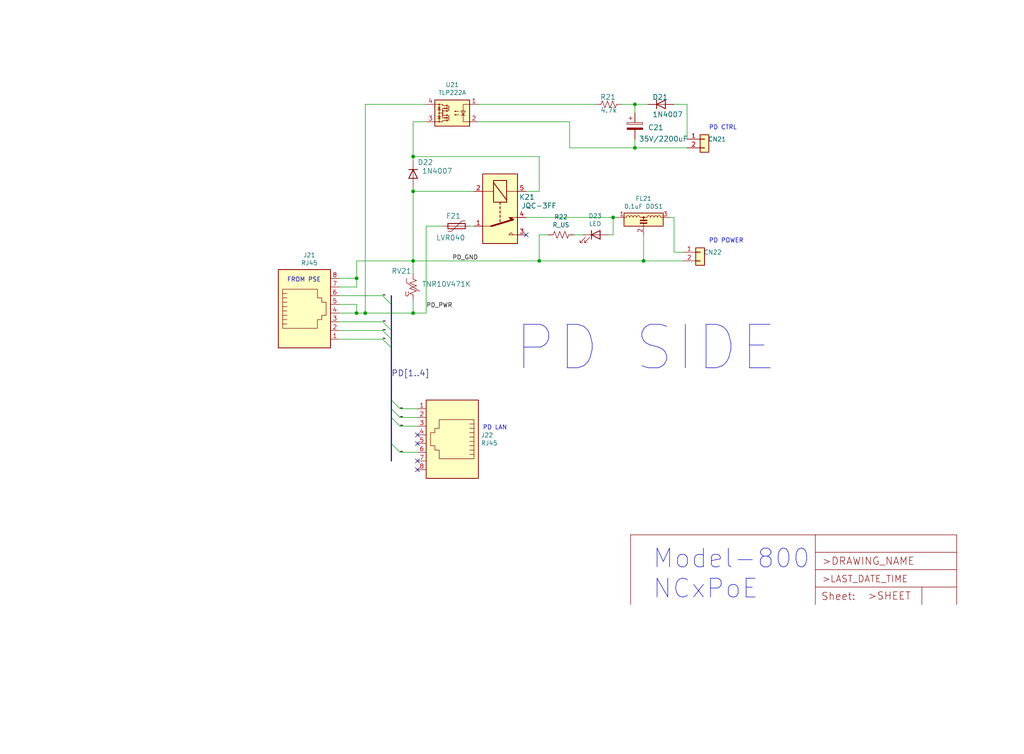
<source format=kicad_sch>
(kicad_sch (version 20230121) (generator eeschema)
  (paper "User" 299.06 220.243)
  (lib_symbols
    (symbol "001-eagle-import:A4L-LOC" (pin_names (offset 1.016))
      (symbol "A4L-LOC_1_0"
        (polyline (pts (xy 161.29 3.81) (xy 161.29 24.13)))
        (polyline (pts (xy 161.29 24.13) (xy 215.265 24.13)))
        (polyline (pts (xy 215.265 8.89) (xy 215.265 3.81)))
        (polyline (pts (xy 215.265 8.89) (xy 215.265 13.97)))
        (polyline (pts (xy 215.265 13.97) (xy 215.265 19.05)))
        (polyline (pts (xy 215.265 13.97) (xy 256.54 13.97)))
        (polyline (pts (xy 215.265 19.05) (xy 215.265 24.13)))
        (polyline (pts (xy 215.265 19.05) (xy 256.54 19.05)))
        (polyline (pts (xy 215.265 24.13) (xy 256.54 24.13)))
        (polyline (pts (xy 246.38 3.81) (xy 246.38 8.89)))
        (polyline (pts (xy 246.38 8.89) (xy 215.265 8.89)))
        (polyline (pts (xy 246.38 8.89) (xy 256.54 8.89)))
        (polyline (pts (xy 256.54 3.81) (xy 256.54 8.89)))
        (polyline (pts (xy 256.54 8.89) (xy 256.54 13.97)))
        (polyline (pts (xy 256.54 13.97) (xy 256.54 19.05)))
        (polyline (pts (xy 256.54 19.05) (xy 256.54 24.13)))
        (text ">DRAWING_NAME" (at 217.17 15.24 0) (effects (font (size 2.159 2.159)) (justify left bottom)))
        (text ">LAST_DATE_TIME" (at 217.17 10.16 0) (effects (font (size 1.9304 1.9304)) (justify left bottom)))
        (text ">SHEET" (at 230.505 5.08 0) (effects (font (size 2.159 2.159)) (justify left bottom)))
        (text "Sheet:" (at 216.916 4.953 0) (effects (font (size 2.159 2.159)) (justify left bottom)))
      )
    )
    (symbol "001-rescue:CP-Device" (pin_numbers hide) (pin_names (offset 0.254))
      (property "Reference" "C" (at 0.635 2.54 0))
      (property "Value" "Device_CP" (at 0.635 -2.54 0))
      (symbol "CP-Device_0_1"
        (rectangle (start -2.286 0.508) (end 2.286 1.016))
        (polyline (pts (xy -1.778 2.286) (xy -0.762 2.286)))
        (polyline (pts (xy -1.27 2.794) (xy -1.27 1.778)))
        (rectangle (start 2.286 -0.508) (end -2.286 -1.016) (fill (type outline)))
      )
      (symbol "CP-Device_1_1"
        (pin passive line (at 0 3.81 270) (length 2.794) (name "~") (number "1"))
        (pin passive line (at 0 -3.81 90) (length 2.794) (name "~") (number "2"))
      )
    )
    (symbol "001-rescue:EMI_Filter_LCL-Device" (pin_names (offset 0.254) hide)
      (property "Reference" "FL" (at 0 6.985 0))
      (property "Value" "Device_EMI_Filter_LCL" (at 0 5.08 0))
      (symbol "EMI_Filter_LCL-Device_0_1"
        (rectangle (start -5.715 3.81) (end 5.715 0) (stroke (width 0.254)) (fill (type background)))
        (arc (start -4.064 2.54) (mid -4.572 3.0458) (end -5.08 2.54))
        (arc (start -3.048 2.54) (mid -3.556 3.0458) (end -4.064 2.54))
        (arc (start -2.032 2.54) (mid -2.54 3.0458) (end -3.048 2.54))
        (rectangle (start -1.016 0.762) (end 1.016 1.016) (fill (type outline)))
        (arc (start -1.016 2.54) (mid -1.524 3.0458) (end -2.032 2.54))
        (polyline (pts (xy -1.016 2.54) (xy 1.016 2.54)))
        (polyline (pts (xy 0 0.762) (xy 0 0)))
        (polyline (pts (xy 0 2.54) (xy 0 1.778)))
        (circle (center 0 2.54) (radius 0.254) (fill (type outline)))
        (rectangle (start 1.016 1.524) (end -1.016 1.778) (fill (type outline)))
        (arc (start 2.032 2.54) (mid 1.524 3.0458) (end 1.016 2.54))
        (arc (start 3.048 2.54) (mid 2.54 3.0458) (end 2.032 2.54))
        (arc (start 4.064 2.54) (mid 3.556 3.0458) (end 3.048 2.54))
        (arc (start 5.08 2.54) (mid 4.572 3.0458) (end 4.064 2.54))
      )
      (symbol "EMI_Filter_LCL-Device_1_1"
        (pin passive line (at -7.62 2.54 0) (length 2.54) (name "1") (number "1"))
        (pin passive line (at 0 -2.54 90) (length 2.54) (name "2") (number "2"))
        (pin passive line (at 7.62 2.54 180) (length 2.54) (name "3") (number "3"))
      )
    )
    (symbol "Connector:RJ45" (pin_names (offset 1.016))
      (property "Reference" "J" (at -5.08 13.97 0))
      (property "Value" "RJ45" (at 2.54 13.97 0))
      (symbol "RJ45_0_1"
        (polyline (pts (xy -5.08 4.445) (xy -6.35 4.445)))
        (polyline (pts (xy -5.08 5.715) (xy -6.35 5.715)))
        (polyline (pts (xy -6.35 -3.175) (xy -5.08 -3.175) (xy -5.08 -3.175)))
        (polyline (pts (xy -6.35 -1.905) (xy -5.08 -1.905) (xy -5.08 -1.905)))
        (polyline (pts (xy -6.35 -0.635) (xy -5.08 -0.635) (xy -5.08 -0.635)))
        (polyline (pts (xy -6.35 0.635) (xy -5.08 0.635) (xy -5.08 0.635)))
        (polyline (pts (xy -6.35 1.905) (xy -5.08 1.905) (xy -5.08 1.905)))
        (polyline (pts (xy -5.08 3.175) (xy -6.35 3.175) (xy -6.35 3.175)))
        (polyline (pts (xy -6.35 -4.445) (xy -6.35 6.985) (xy 3.81 6.985) (xy 3.81 4.445) (xy 5.08 4.445) (xy 5.08 3.175) (xy 6.35 3.175) (xy 6.35 -0.635) (xy 5.08 -0.635) (xy 5.08 -1.905) (xy 3.81 -1.905) (xy 3.81 -4.445) (xy -6.35 -4.445) (xy -6.35 -4.445)))
        (rectangle (start 7.62 12.7) (end -7.62 -10.16) (stroke (width 0.254)) (fill (type background)))
      )
      (symbol "RJ45_1_1"
        (pin passive line (at 10.16 -7.62 180) (length 2.54) (name "~") (number "1"))
        (pin passive line (at 10.16 -5.08 180) (length 2.54) (name "~") (number "2"))
        (pin passive line (at 10.16 -2.54 180) (length 2.54) (name "~") (number "3"))
        (pin passive line (at 10.16 0 180) (length 2.54) (name "~") (number "4"))
        (pin passive line (at 10.16 2.54 180) (length 2.54) (name "~") (number "5"))
        (pin passive line (at 10.16 5.08 180) (length 2.54) (name "~") (number "6"))
        (pin passive line (at 10.16 7.62 180) (length 2.54) (name "~") (number "7"))
        (pin passive line (at 10.16 10.16 180) (length 2.54) (name "~") (number "8"))
      )
    )
    (symbol "Connector_Generic:Conn_01x02" (pin_names (offset 1.016) hide)
      (property "Reference" "J" (at 0 2.54 0))
      (property "Value" "Conn_01x02" (at 0 -5.08 0))
      (symbol "Conn_01x02_1_1"
        (rectangle (start -1.27 -2.413) (end 0 -2.667) (stroke (width 0.1524)))
        (rectangle (start -1.27 0.127) (end 0 -0.127) (stroke (width 0.1524)))
        (rectangle (start -1.27 1.27) (end 1.27 -3.81) (stroke (width 0.254)) (fill (type background)))
        (pin passive line (at -5.08 0 0) (length 3.81) (name "Pin_1") (number "1"))
        (pin passive line (at -5.08 -2.54 0) (length 3.81) (name "Pin_2") (number "2"))
      )
    )
    (symbol "Device:LED" (pin_numbers hide) (pin_names (offset 1.016) hide)
      (property "Reference" "D" (at 0 2.54 0))
      (property "Value" "LED" (at 0 -2.54 0))
      (symbol "LED_0_1"
        (polyline (pts (xy -1.27 -1.27) (xy -1.27 1.27)) (stroke (width 0.254)))
        (polyline (pts (xy -1.27 0) (xy 1.27 0)))
        (polyline (pts (xy 1.27 -1.27) (xy 1.27 1.27) (xy -1.27 0) (xy 1.27 -1.27)) (stroke (width 0.254)))
        (polyline (pts (xy -3.048 -0.762) (xy -4.572 -2.286) (xy -3.81 -2.286) (xy -4.572 -2.286) (xy -4.572 -1.524)))
        (polyline (pts (xy -1.778 -0.762) (xy -3.302 -2.286) (xy -2.54 -2.286) (xy -3.302 -2.286) (xy -3.302 -1.524)))
      )
      (symbol "LED_1_1"
        (pin passive line (at -3.81 0 0) (length 2.54) (name "K") (number "1"))
        (pin passive line (at 3.81 0 180) (length 2.54) (name "A") (number "2"))
      )
    )
    (symbol "Device:Polyfuse" (pin_numbers hide) (pin_names (offset 0))
      (property "Reference" "F" (at -2.54 0 90))
      (property "Value" "Polyfuse" (at 2.54 0 90))
      (symbol "Polyfuse_0_1"
        (rectangle (start -0.762 2.54) (end 0.762 -2.54) (stroke (width 0.254)))
        (polyline (pts (xy 0 2.54) (xy 0 -2.54)))
        (polyline (pts (xy -1.524 2.54) (xy -1.524 1.524) (xy 1.524 -1.524) (xy 1.524 -2.54)))
      )
      (symbol "Polyfuse_1_1"
        (pin passive line (at 0 3.81 270) (length 1.27) (name "~") (number "1"))
        (pin passive line (at 0 -3.81 90) (length 1.27) (name "~") (number "2"))
      )
    )
    (symbol "Device:R_US" (pin_numbers hide) (pin_names (offset 0))
      (property "Reference" "R" (at 2.54 0 90))
      (property "Value" "R_US" (at -2.54 0 90))
      (symbol "R_US_0_1"
        (polyline (pts (xy 0 -2.286) (xy 0 -2.54)))
        (polyline (pts (xy 0 2.286) (xy 0 2.54)))
        (polyline (pts (xy 0 -0.762) (xy 1.016 -1.143) (xy 0 -1.524) (xy -1.016 -1.905) (xy 0 -2.286)))
        (polyline (pts (xy 0 0.762) (xy 1.016 0.381) (xy 0 0) (xy -1.016 -0.381) (xy 0 -0.762)))
        (polyline (pts (xy 0 2.286) (xy 1.016 1.905) (xy 0 1.524) (xy -1.016 1.143) (xy 0 0.762)))
      )
      (symbol "R_US_1_1"
        (pin passive line (at 0 3.81 270) (length 1.27) (name "~") (number "1"))
        (pin passive line (at 0 -3.81 90) (length 1.27) (name "~") (number "2"))
      )
    )
    (symbol "Device:Varistor_US" (pin_numbers hide) (pin_names (offset 0))
      (property "Reference" "RV" (at 3.175 0 90))
      (property "Value" "Varistor_US" (at -3.175 0 90))
      (symbol "Varistor_US_0_0"
        (text "U" (at -1.778 -2.032 0) (effects (font (size 1.27 1.27))))
      )
      (symbol "Varistor_US_0_1"
        (polyline (pts (xy 0 -2.286) (xy 0 -2.54)))
        (polyline (pts (xy 0 2.286) (xy 0 2.54)))
        (polyline (pts (xy -1.905 2.54) (xy -1.905 1.27) (xy 1.905 -1.27)))
        (polyline (pts (xy 0 -0.762) (xy 1.016 -1.143) (xy 0 -1.524) (xy -1.016 -1.905) (xy 0 -2.286)))
        (polyline (pts (xy 0 0.762) (xy 1.016 0.381) (xy 0 0) (xy -1.016 -0.381) (xy 0 -0.762)))
        (polyline (pts (xy 0 2.286) (xy 1.016 1.905) (xy 0 1.524) (xy -1.016 1.143) (xy 0 0.762)))
      )
      (symbol "Varistor_US_1_1"
        (pin passive line (at 0 3.81 270) (length 1.27) (name "~") (number "1"))
        (pin passive line (at 0 -3.81 90) (length 1.27) (name "~") (number "2"))
      )
    )
    (symbol "Diode:1N4007" (pin_numbers hide) (pin_names hide)
      (property "Reference" "D" (at 0 2.54 0))
      (property "Value" "1N4007" (at 0 -2.54 0))
      (symbol "1N4007_0_1"
        (polyline (pts (xy -1.27 1.27) (xy -1.27 -1.27)) (stroke (width 0.254)))
        (polyline (pts (xy 1.27 0) (xy -1.27 0)))
        (polyline (pts (xy 1.27 1.27) (xy 1.27 -1.27) (xy -1.27 0) (xy 1.27 1.27)) (stroke (width 0.254)))
      )
      (symbol "1N4007_1_1"
        (pin passive line (at -3.81 0 0) (length 2.54) (name "K") (number "1"))
        (pin passive line (at 3.81 0 180) (length 2.54) (name "A") (number "2"))
      )
    )
    (symbol "Relay:G5LE-1"
      (property "Reference" "K" (at 11.43 3.81 0))
      (property "Value" "G5LE-1" (at 11.43 1.27 0))
      (symbol "G5LE-1_0_0"
        (polyline (pts (xy 7.62 5.08) (xy 7.62 2.54) (xy 6.985 3.175) (xy 7.62 3.81)))
      )
      (symbol "G5LE-1_0_1"
        (rectangle (start -10.16 5.08) (end 10.16 -5.08) (stroke (width 0.254)) (fill (type background)))
        (rectangle (start -8.255 1.905) (end -1.905 -1.905) (stroke (width 0.254)))
        (polyline (pts (xy -7.62 -1.905) (xy -2.54 1.905)) (stroke (width 0.254)))
        (polyline (pts (xy -5.08 -5.08) (xy -5.08 -1.905)))
        (polyline (pts (xy -5.08 5.08) (xy -5.08 1.905)))
        (polyline (pts (xy -1.905 0) (xy -1.27 0)) (stroke (width 0.254)))
        (polyline (pts (xy -0.635 0) (xy 0 0)) (stroke (width 0.254)))
        (polyline (pts (xy 0.635 0) (xy 1.27 0)) (stroke (width 0.254)))
        (polyline (pts (xy 1.905 0) (xy 2.54 0)) (stroke (width 0.254)))
        (polyline (pts (xy 3.175 0) (xy 3.81 0)) (stroke (width 0.254)))
        (polyline (pts (xy 5.08 -2.54) (xy 3.175 3.81)) (stroke (width 0.508)))
        (polyline (pts (xy 5.08 -2.54) (xy 5.08 -5.08)))
        (polyline (pts (xy 2.54 5.08) (xy 2.54 2.54) (xy 3.175 3.175) (xy 2.54 3.81)) (fill (type outline)))
      )
      (symbol "G5LE-1_1_1"
        (pin passive line (at 5.08 -7.62 90) (length 2.54) (name "~") (number "1"))
        (pin passive line (at -5.08 -7.62 90) (length 2.54) (name "~") (number "2"))
        (pin passive line (at 7.62 7.62 270) (length 2.54) (name "~") (number "3"))
        (pin passive line (at 2.54 7.62 270) (length 2.54) (name "~") (number "4"))
        (pin passive line (at -5.08 7.62 270) (length 2.54) (name "~") (number "5"))
      )
    )
    (symbol "Relay_SolidState:TLP222A"
      (property "Reference" "U" (at -5.08 5.08 0))
      (property "Value" "TLP222A" (at 0 5.08 0))
      (symbol "TLP222A_0_1"
        (rectangle (start -5.08 3.81) (end 5.08 -3.81) (stroke (width 0.254)) (fill (type background)))
        (polyline (pts (xy -3.81 -0.635) (xy -2.54 -0.635)))
        (polyline (pts (xy 1.016 -0.635) (xy 1.016 -2.159)) (stroke (width 0.2032)))
        (polyline (pts (xy 1.016 2.159) (xy 1.016 0.635)) (stroke (width 0.2032)))
        (polyline (pts (xy 1.524 -0.508) (xy 1.524 -0.762)) (stroke (width 0.3556)))
        (polyline (pts (xy 2.794 0) (xy 3.81 0)))
        (polyline (pts (xy 3.429 -1.651) (xy 4.191 -1.651)))
        (polyline (pts (xy 3.429 1.651) (xy 4.191 1.651)))
        (polyline (pts (xy 3.81 -2.54) (xy 3.81 2.54)))
        (polyline (pts (xy 1.524 -2.032) (xy 1.524 -2.286) (xy 1.524 -2.286)) (stroke (width 0.3556)))
        (polyline (pts (xy 1.524 -1.27) (xy 1.524 -1.524) (xy 1.524 -1.524)) (stroke (width 0.3556)))
        (polyline (pts (xy 1.524 0.762) (xy 1.524 0.508) (xy 1.524 0.508)) (stroke (width 0.3556)))
        (polyline (pts (xy 1.524 1.524) (xy 1.524 1.27) (xy 1.524 1.27)) (stroke (width 0.3556)))
        (polyline (pts (xy 1.524 2.286) (xy 1.524 2.032) (xy 1.524 2.032)) (stroke (width 0.3556)))
        (polyline (pts (xy 1.651 -1.397) (xy 2.794 -1.397) (xy 2.794 -0.635)))
        (polyline (pts (xy 1.651 1.397) (xy 2.794 1.397) (xy 2.794 0.635)))
        (polyline (pts (xy -5.08 2.54) (xy -3.175 2.54) (xy -3.175 -2.54) (xy -5.08 -2.54)))
        (polyline (pts (xy -3.175 -0.635) (xy -3.81 0.635) (xy -2.54 0.635) (xy -3.175 -0.635)))
        (polyline (pts (xy 1.651 -2.159) (xy 2.794 -2.159) (xy 2.794 -2.54) (xy 5.08 -2.54)))
        (polyline (pts (xy 1.651 -0.635) (xy 2.794 -0.635) (xy 2.794 0.635) (xy 1.651 0.635)))
        (polyline (pts (xy 1.651 2.159) (xy 2.794 2.159) (xy 2.794 2.54) (xy 5.08 2.54)))
        (polyline (pts (xy 1.778 -1.397) (xy 2.286 -1.27) (xy 2.286 -1.524) (xy 1.778 -1.397)))
        (polyline (pts (xy 1.778 1.397) (xy 2.286 1.524) (xy 2.286 1.27) (xy 1.778 1.397)))
        (polyline (pts (xy 3.81 -1.651) (xy 3.429 -0.889) (xy 4.191 -0.889) (xy 3.81 -1.651)))
        (polyline (pts (xy 3.81 1.651) (xy 3.429 0.889) (xy 4.191 0.889) (xy 3.81 1.651)))
        (polyline (pts (xy -1.905 -0.508) (xy -0.635 -0.508) (xy -1.016 -0.635) (xy -1.016 -0.381) (xy -0.635 -0.508)))
        (polyline (pts (xy -1.905 0.508) (xy -0.635 0.508) (xy -1.016 0.381) (xy -1.016 0.635) (xy -0.635 0.508)))
        (circle (center 2.794 -0.635) (radius 0.127))
        (circle (center 2.794 0) (radius 0.127))
        (circle (center 2.794 0.635) (radius 0.127))
        (circle (center 3.81 -2.54) (radius 0.127))
        (circle (center 3.81 0) (radius 0.127))
        (circle (center 3.81 2.54) (radius 0.127))
      )
      (symbol "TLP222A_1_1"
        (pin passive line (at -7.62 2.54 0) (length 2.54) (name "~") (number "1"))
        (pin passive line (at -7.62 -2.54 0) (length 2.54) (name "~") (number "2"))
        (pin passive line (at 7.62 -2.54 180) (length 2.54) (name "~") (number "3"))
        (pin passive line (at 7.62 2.54 180) (length 2.54) (name "~") (number "4"))
      )
    )
  )
  (junction (at 120.65 55.88))
  (junction (at 185.42 43.18))
  (junction (at 157.48 76.2))
  (junction (at 104.14 91.44))
  (junction (at 120.65 91.44))
  (junction (at 185.42 30.48))
  (junction (at 120.65 76.2))
  (junction (at 106.68 91.44))
  (junction (at 179.07 63.5))
  (junction (at 120.65 45.72))
  (junction (at 187.96 76.2))
  (junction (at 104.14 81.28))
  (no_connect (at 54.61 -73.66))
  (no_connect (at 153.67 68.58))
  (no_connect (at 121.92 127))
  (no_connect (at 121.92 137.16))
  (no_connect (at 121.92 129.54))
  (no_connect (at 121.92 134.62))
  (bus_entry (at 111.76 93.98) (size 2.54 2.54))
  (bus_entry (at 114.3 116.84) (size 2.54 2.54))
  (bus_entry (at 114.3 119.38) (size 2.54 2.54))
  (bus_entry (at 111.76 96.52) (size 2.54 2.54))
  (bus_entry (at 114.3 129.54) (size 2.54 2.54))
  (bus_entry (at 111.76 86.36) (size 2.54 2.54))
  (bus_entry (at 114.3 121.92) (size 2.54 2.54))
  (bus_entry (at 111.76 99.06) (size 2.54 2.54))
  (wire (pts (xy 166.37 43.18) (xy 185.42 43.18)))
  (bus (pts (xy 114.3 101.6) (xy 114.3 116.84)))
  (wire (pts (xy 121.92 119.38) (xy 116.84 119.38)))
  (wire (pts (xy 120.65 76.2) (xy 157.48 76.2)))
  (bus (pts (xy 114.3 116.84) (xy 114.3 119.38)))
  (wire (pts (xy 185.42 43.18) (xy 200.66 43.18)))
  (wire (pts (xy 179.07 68.58) (xy 177.8 68.58)))
  (wire (pts (xy 99.06 81.28) (xy 104.14 81.28)))
  (wire (pts (xy 106.68 30.48) (xy 124.46 30.48)))
  (wire (pts (xy 106.68 91.44) (xy 104.14 91.44)))
  (wire (pts (xy 120.65 45.72) (xy 157.48 45.72)))
  (wire (pts (xy 196.85 30.48) (xy 200.66 30.48)))
  (wire (pts (xy 185.42 30.48) (xy 189.23 30.48)))
  (wire (pts (xy 200.66 30.48) (xy 200.66 40.64)))
  (wire (pts (xy 120.65 54.61) (xy 120.65 55.88)))
  (wire (pts (xy 196.85 73.66) (xy 199.39 73.66)))
  (wire (pts (xy 179.07 63.5) (xy 179.07 68.58)))
  (wire (pts (xy 185.42 40.64) (xy 185.42 43.18)))
  (wire (pts (xy 99.06 91.44) (xy 104.14 91.44)))
  (wire (pts (xy 187.96 68.58) (xy 187.96 76.2)))
  (wire (pts (xy 121.92 124.46) (xy 116.84 124.46)))
  (wire (pts (xy 104.14 76.2) (xy 120.65 76.2)))
  (wire (pts (xy 157.48 55.88) (xy 153.67 55.88)))
  (bus (pts (xy 114.3 88.9) (xy 114.3 96.52)))
  (wire (pts (xy 106.68 91.44) (xy 106.68 30.48)))
  (wire (pts (xy 99.06 83.82) (xy 104.14 83.82)))
  (wire (pts (xy 124.46 66.04) (xy 124.46 91.44)))
  (wire (pts (xy 139.7 30.48) (xy 173.99 30.48)))
  (wire (pts (xy 138.43 66.04) (xy 137.16 66.04)))
  (wire (pts (xy 181.61 30.48) (xy 185.42 30.48)))
  (wire (pts (xy 99.06 86.36) (xy 111.76 86.36)))
  (wire (pts (xy 120.65 87.63) (xy 120.65 91.44)))
  (bus (pts (xy 114.3 99.06) (xy 114.3 101.6)))
  (wire (pts (xy 185.42 33.02) (xy 185.42 30.48)))
  (bus (pts (xy 114.3 86.36) (xy 114.3 88.9)))
  (wire (pts (xy 138.43 55.88) (xy 120.65 55.88)))
  (wire (pts (xy 121.92 121.92) (xy 116.84 121.92)))
  (bus (pts (xy 114.3 129.54) (xy 114.3 134.62)))
  (wire (pts (xy 139.7 35.56) (xy 166.37 35.56)))
  (wire (pts (xy 187.96 76.2) (xy 199.39 76.2)))
  (wire (pts (xy 120.65 91.44) (xy 106.68 91.44)))
  (wire (pts (xy 104.14 88.9) (xy 104.14 91.44)))
  (wire (pts (xy 120.65 35.56) (xy 120.65 45.72)))
  (wire (pts (xy 104.14 81.28) (xy 104.14 76.2)))
  (bus (pts (xy 114.3 96.52) (xy 114.3 99.06)))
  (wire (pts (xy 120.65 55.88) (xy 120.65 76.2)))
  (wire (pts (xy 124.46 91.44) (xy 120.65 91.44)))
  (wire (pts (xy 121.92 132.08) (xy 116.84 132.08)))
  (wire (pts (xy 99.06 93.98) (xy 111.76 93.98)))
  (wire (pts (xy 157.48 68.58) (xy 157.48 76.2)))
  (wire (pts (xy 104.14 83.82) (xy 104.14 81.28)))
  (bus (pts (xy 114.3 121.92) (xy 114.3 129.54)))
  (wire (pts (xy 129.54 66.04) (xy 124.46 66.04)))
  (wire (pts (xy 166.37 35.56) (xy 166.37 43.18)))
  (wire (pts (xy 195.58 63.5) (xy 196.85 63.5)))
  (bus (pts (xy 114.3 119.38) (xy 114.3 121.92)))
  (wire (pts (xy 160.02 68.58) (xy 157.48 68.58)))
  (wire (pts (xy 99.06 88.9) (xy 104.14 88.9)))
  (wire (pts (xy 179.07 63.5) (xy 180.34 63.5)))
  (wire (pts (xy 120.65 80.01) (xy 120.65 76.2)))
  (wire (pts (xy 124.46 35.56) (xy 120.65 35.56)))
  (wire (pts (xy 157.48 45.72) (xy 157.48 55.88)))
  (wire (pts (xy 153.67 63.5) (xy 179.07 63.5)))
  (wire (pts (xy 157.48 76.2) (xy 187.96 76.2)))
  (wire (pts (xy 170.18 68.58) (xy 167.64 68.58)))
  (wire (pts (xy 196.85 63.5) (xy 196.85 73.66)))
  (wire (pts (xy 99.06 99.06) (xy 111.76 99.06)))
  (wire (pts (xy 120.65 46.99) (xy 120.65 45.72)))
  (wire (pts (xy 99.06 96.52) (xy 111.76 96.52)))
  (text "Model-800\nNCxPoE" (at 190.5 175.26 0) (effects (font (size 5.461 5.461)) (justify left bottom)))
  (text "PD CTRL" (at 207.01 38.1 0) (effects (font (size 1.27 1.27)) (justify left bottom)))
  (text "FROM PSE" (at 83.82 82.55 0) (effects (font (size 1.27 1.27)) (justify left bottom)))
  (text "PD LAN" (at 140.97 125.73 0) (effects (font (size 1.27 1.27)) (justify left bottom)))
  (text "PD POWER" (at 207.01 71.12 0) (effects (font (size 1.27 1.27)) (justify left bottom)))
  (text "PD SIDE" (at 149.86 109.22 0) (effects (font (size 12.7 12.7)) (justify left bottom)))
  (label "PD1" (at 111.76 99.06 0) (effects (font (size 0.254 0.254))))
  (label "PD2" (at 111.76 96.52 0) (effects (font (size 0.254 0.254))))
  (label "PD2" (at 116.84 121.92 0) (effects (font (size 0.254 0.254))))
  (label "PD1" (at 116.84 119.38 0) (effects (font (size 0.254 0.254))))
  (label "PD4" (at 116.84 132.08 0) (effects (font (size 0.254 0.254))))
  (label "PD_GND" (at 132.08 76.2 0))
  (label "PD3" (at 116.84 124.46 0) (effects (font (size 0.254 0.254))))
  (label "PD_PWR" (at 124.46 90.17 0))
  (label "PD4" (at 111.76 86.36 0) (effects (font (size 0.254 0.254))))
  (label "PD[1..4]" (at 114.3 110.49 0) (effects (font (size 1.778 1.778))))
  (label "PD3" (at 111.76 93.98 0) (effects (font (size 0.254 0.254))))
  (symbol (lib_id "Connector_Generic:Conn_01x02") (at 205.74 40.64 0) (unit 1)
    (property "Reference" "CN21" (at 206.756 41.402 0) (effects (font (size 1.2954 1.2954)) (justify left bottom)))
    (property "Value" "02-XH-A" (effects hide))
    (property "Footprint" "Connector_JST:JST_XH_B2B-XH-A_1x02_P2.50mm_Vertical" (effects hide))
  )
  (symbol (lib_id "001-rescue:CP-Device") (at 185.42 36.83 0) (unit 1)
    (property "Reference" "C21" (at 189.23 38.1 0) (effects (font (size 1.4986 1.4986)) (justify left bottom)))
    (property "Value" "35V/2200uF" (at 186.563 41.4274 0) (effects (font (size 1.4986 1.4986)) (justify left bottom)))
    (property "Footprint" "Capacitor_THT:CP_Radial_D16.0mm_P7.50mm" (effects hide))
  )
  (symbol (lib_id "Connector_Generic:Conn_01x02") (at 204.47 73.66 0) (unit 1)
    (property "Reference" "CN22" (at 205.486 74.422 0) (effects (font (size 1.2954 1.2954)) (justify left bottom)))
    (property "Value" "02-XH-A" (effects hide))
    (property "Footprint" "Connector_JST:JST_XH_B2B-XH-A_1x02_P2.50mm_Vertical" (effects hide))
  )
  (symbol (lib_id "001-rescue:EMI_Filter_LCL-Device") (at 187.96 66.04 0) (unit 1)
    (property "Reference" "FL21" (at 187.96 57.9882 0))
    (property "Value" "0.1uF DDS1" (at 187.96 60.2996 0))
    (property "Footprint" "HOLLY:DSS1" (effects hide))
    (property "Datasheet" "http://www.murata.com/~/media/webrenewal/support/library/catalog/products/emc/emifil/c31e.ashx?la=en-gb" (effects hide))
  )
  (symbol (lib_id "Device:R_US") (at 163.83 68.58 270) (unit 1)
    (property "Reference" "R22" (at 163.83 63.373 90))
    (property "Value" "R_US" (at 163.83 65.6844 90))
    (property "Footprint" "Resistor_THT:R_Axial_DIN0207_L6.3mm_D2.5mm_P10.16mm_Horizontal" (effects hide))
  )
  (symbol (lib_id "Device:LED") (at 173.99 68.58 0) (unit 1)
    (property "Reference" "D23" (at 173.8122 63.0682 0))
    (property "Value" "LED" (at 173.8122 65.3796 0))
    (property "Footprint" "LED_THT:LED_D3.0mm" (effects hide))
  )
  (symbol (lib_id "Connector:RJ45") (at 88.9 91.44 0) (unit 1)
    (property "Reference" "J21" (at 90.3478 74.4982 0))
    (property "Value" "RJ45" (at 90.3478 76.8096 0))
    (property "Footprint" "HOLLY:RJ45_Neltron_7810-8P8C" (effects hide))
  )
  (symbol (lib_id "Connector:RJ45") (at 132.08 127 180) (unit 1)
    (property "Reference" "J22" (at 140.462 127.1016 0) (effects (justify right)))
    (property "Value" "RJ45" (at 140.462 129.413 0) (effects (justify right)))
    (property "Footprint" "HOLLY:RJ45_Neltron_7810-8P8C" (effects hide))
  )
  (symbol (lib_id "Relay_SolidState:TLP222A") (at 132.08 33.02 0) (mirror y) (unit 1)
    (property "Reference" "U21" (at 132.08 24.765 0))
    (property "Value" "TLP222A" (at 132.08 27.0764 0))
    (property "Footprint" "Package_DIP:DIP-4_W7.62mm" (effects hide))
    (property "Datasheet" "https://toshiba.semicon-storage.com/info/docget.jsp?did=17036&prodName=TLP222A" (effects hide))
  )
  (symbol (lib_id "Diode:1N4007") (at 120.65 50.8 270) (unit 1)
    (property "Reference" "D22" (at 121.92 48.26 90) (effects (font (size 1.4986 1.4986)) (justify left bottom)))
    (property "Value" "1N4007" (at 123.19 50.8 90) (effects (font (size 1.4986 1.4986)) (justify left bottom)))
    (property "Footprint" "Diode_THT:D_DO-41_SOD81_P10.16mm_Horizontal" (effects hide))
  )
  (symbol (lib_id "001-eagle-import:A4L-LOC") (at 22.86 180.34 0) (unit 1)
    (property "Reference" "#FRAME1" (effects hide))
    (property "Value" "A4L-LOC" (effects hide))
  )
  (symbol (lib_id "Device:Varistor_US") (at 120.65 83.82 0) (unit 1)
    (property "Reference" "RV21" (at 114.3 80.01 0) (effects (font (size 1.4986 1.4986)) (justify left bottom)))
    (property "Value" "TNR10V471K" (at 123.19 83.82 0) (effects (font (size 1.4986 1.4986)) (justify left bottom)))
    (property "Footprint" "Varistor:RV_Disc_D12mm_W3.9mm_P7.5mm" (effects hide))
  )
  (symbol (lib_id "Diode:1N4007") (at 193.04 30.48 0) (unit 1)
    (property "Reference" "D21" (at 190.5 29.21 0) (effects (font (size 1.4986 1.4986)) (justify left bottom)))
    (property "Value" "1N4007" (at 190.5 34.29 0) (effects (font (size 1.4986 1.4986)) (justify left bottom)))
    (property "Footprint" "Diode_THT:D_DO-41_SOD81_P10.16mm_Horizontal" (effects hide))
  )
  (symbol (lib_id "Relay:G5LE-1") (at 146.05 60.96 270) (unit 1)
    (property "Reference" "K21" (at 156.21 58.42 90) (effects (font (size 1.4986 1.4986)) (justify right bottom)))
    (property "Value" "JQC-3FF" (at 162.56 60.96 90) (effects (font (size 1.4986 1.4986)) (justify right bottom)))
    (property "Footprint" "Relay_THT:Relay_SPDT_Omron-G5LE-1" (effects hide))
  )
  (symbol (lib_id "Device:Polyfuse") (at 133.35 66.04 90) (unit 1)
    (property "Reference" "F21" (at 134.62 62.23 90) (effects (font (size 1.4986 1.4986)) (justify left bottom)))
    (property "Value" "LVR040" (at 135.89 68.58 90) (effects (font (size 1.4986 1.4986)) (justify left bottom)))
    (property "Footprint" "Fuse:Fuse_BelFuse_0ZRE0033FF_L11.4mm_W3.8mm" (effects hide))
    (property "Datasheet" "https://html.alldatasheet.jp/html-pdf/346655/MACOM/LVR040/149/1/LVR040.html" (effects hide))
  )
  (symbol (lib_id "Device:R_US") (at 177.8 30.48 270) (unit 1)
    (property "Reference" "R21" (at 175.26 29.21 90) (effects (font (size 1.4986 1.4986)) (justify left bottom)))
    (property "Value" "4.7k" (at 175.26 33.02 90) (effects (font (size 1.4986 1.4986)) (justify left bottom)))
    (property "Footprint" "Resistor_THT:R_Axial_DIN0207_L6.3mm_D2.5mm_P10.16mm_Horizontal" (effects hide))
  )
)
</source>
